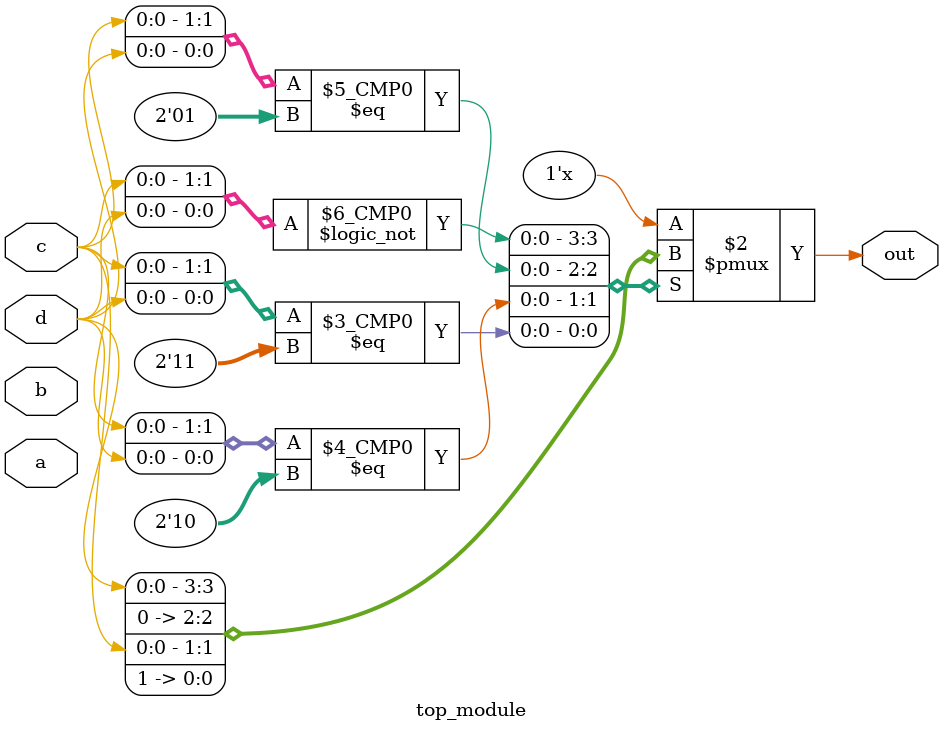
<source format=sv>
module top_module (
	input a, 
	input b,
	input c,
	input d,
	output reg out
);

always @(a, b, c, d) begin
	case({c, d})
		2'b00: out = d;
		2'b01: out = 0;
		2'b10: out = c;
		2'b11: out = 1;
	endcase
end

endmodule

</source>
